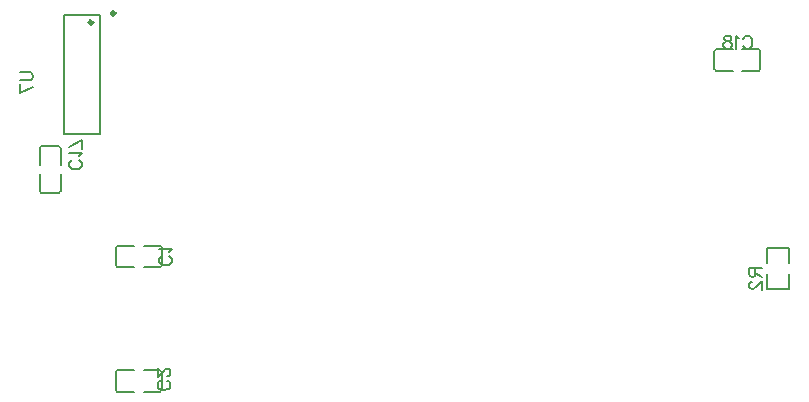
<source format=gbo>
G04 Layer: BottomSilkscreenLayer*
G04 EasyEDA v6.5.47, 2024-09-12 04:01:22*
G04 8c6c83d31be245b591d831e4eff4e06b,65b0a26063cb4300b6f9becee83ce362,10*
G04 Gerber Generator version 0.2*
G04 Scale: 100 percent, Rotated: No, Reflected: No *
G04 Dimensions in millimeters *
G04 leading zeros omitted , absolute positions ,4 integer and 5 decimal *
%FSLAX45Y45*%
%MOMM*%

%ADD10C,0.1524*%
%ADD11C,0.3000*%

%LPD*%
D10*
X6793484Y-2895600D02*
G01*
X6902450Y-2895600D01*
X6793484Y-2895600D02*
G01*
X6793484Y-2942336D01*
X6798563Y-2957829D01*
X6803897Y-2963163D01*
X6814311Y-2968244D01*
X6824725Y-2968244D01*
X6835140Y-2963163D01*
X6840220Y-2957829D01*
X6845300Y-2942336D01*
X6845300Y-2895600D01*
X6845300Y-2931921D02*
G01*
X6902450Y-2968244D01*
X6819391Y-3007868D02*
G01*
X6814311Y-3007868D01*
X6803897Y-3012947D01*
X6798563Y-3018281D01*
X6793484Y-3028695D01*
X6793484Y-3049270D01*
X6798563Y-3059684D01*
X6803897Y-3065018D01*
X6814311Y-3070097D01*
X6824725Y-3070097D01*
X6835140Y-3065018D01*
X6850634Y-3054604D01*
X6902450Y-3002534D01*
X6902450Y-3075431D01*
X1118107Y-1979421D02*
G01*
X1128521Y-1984755D01*
X1138936Y-1994915D01*
X1144015Y-2005329D01*
X1144015Y-2026157D01*
X1138936Y-2036571D01*
X1128521Y-2046986D01*
X1118107Y-2052065D01*
X1102360Y-2057400D01*
X1076452Y-2057400D01*
X1060957Y-2052065D01*
X1050544Y-2046986D01*
X1040129Y-2036571D01*
X1035050Y-2026157D01*
X1035050Y-2005329D01*
X1040129Y-1994915D01*
X1050544Y-1984755D01*
X1060957Y-1979421D01*
X1123187Y-1945131D02*
G01*
X1128521Y-1934718D01*
X1144015Y-1919223D01*
X1035050Y-1919223D01*
X1144015Y-1812036D02*
G01*
X1035050Y-1864105D01*
X1144015Y-1884934D02*
G01*
X1144015Y-1812036D01*
X1880062Y-2792267D02*
G01*
X1890453Y-2797464D01*
X1900844Y-2807855D01*
X1906038Y-2818244D01*
X1906038Y-2839026D01*
X1900844Y-2849417D01*
X1890453Y-2859808D01*
X1880062Y-2865005D01*
X1864474Y-2870200D01*
X1838497Y-2870200D01*
X1822912Y-2865005D01*
X1812521Y-2859808D01*
X1802129Y-2849417D01*
X1796935Y-2839026D01*
X1796935Y-2818244D01*
X1802129Y-2807855D01*
X1812521Y-2797464D01*
X1822912Y-2792267D01*
X1885256Y-2757977D02*
G01*
X1890453Y-2747586D01*
X1906038Y-2732001D01*
X1796935Y-2732001D01*
X1867364Y-3847970D02*
G01*
X1877755Y-3853167D01*
X1888147Y-3863558D01*
X1893341Y-3873947D01*
X1893341Y-3894729D01*
X1888147Y-3905120D01*
X1877755Y-3915511D01*
X1867364Y-3920708D01*
X1851776Y-3925902D01*
X1825800Y-3925902D01*
X1810214Y-3920708D01*
X1799823Y-3915511D01*
X1789432Y-3905120D01*
X1784238Y-3894729D01*
X1784238Y-3873947D01*
X1789432Y-3863558D01*
X1799823Y-3853167D01*
X1810214Y-3847970D01*
X1867364Y-3808486D02*
G01*
X1872559Y-3808486D01*
X1882950Y-3803289D01*
X1888147Y-3798095D01*
X1893341Y-3787703D01*
X1893341Y-3766921D01*
X1888147Y-3756530D01*
X1882950Y-3751336D01*
X1872559Y-3746139D01*
X1862167Y-3746139D01*
X1851776Y-3751336D01*
X1836191Y-3761727D01*
X1784238Y-3813680D01*
X1784238Y-3740945D01*
X6741967Y-952037D02*
G01*
X6747164Y-941646D01*
X6757555Y-931255D01*
X6767944Y-926061D01*
X6788726Y-926061D01*
X6799117Y-931255D01*
X6809508Y-941646D01*
X6814705Y-952037D01*
X6819900Y-967625D01*
X6819900Y-993602D01*
X6814705Y-1009187D01*
X6809508Y-1019578D01*
X6799117Y-1029970D01*
X6788726Y-1035164D01*
X6767944Y-1035164D01*
X6757555Y-1029970D01*
X6747164Y-1019578D01*
X6741967Y-1009187D01*
X6707677Y-946843D02*
G01*
X6697286Y-941646D01*
X6681701Y-926061D01*
X6681701Y-1035164D01*
X6621434Y-926061D02*
G01*
X6637020Y-931255D01*
X6642214Y-941646D01*
X6642214Y-952037D01*
X6637020Y-962428D01*
X6626628Y-967625D01*
X6605846Y-972820D01*
X6590261Y-978014D01*
X6579870Y-988405D01*
X6574675Y-998796D01*
X6574675Y-1014384D01*
X6579870Y-1024775D01*
X6585064Y-1029970D01*
X6600652Y-1035164D01*
X6621434Y-1035164D01*
X6637020Y-1029970D01*
X6642214Y-1024775D01*
X6647411Y-1014384D01*
X6647411Y-998796D01*
X6642214Y-988405D01*
X6631825Y-978014D01*
X6616237Y-972820D01*
X6595455Y-967625D01*
X6585064Y-962428D01*
X6579870Y-952037D01*
X6579870Y-941646D01*
X6585064Y-931255D01*
X6600652Y-926061D01*
X6621434Y-926061D01*
X621284Y-1231900D02*
G01*
X699262Y-1231900D01*
X714755Y-1236979D01*
X725170Y-1247394D01*
X730250Y-1263142D01*
X730250Y-1273555D01*
X725170Y-1289050D01*
X714755Y-1299463D01*
X699262Y-1304544D01*
X621284Y-1304544D01*
X621284Y-1411731D02*
G01*
X730250Y-1359662D01*
X621284Y-1338834D02*
G01*
X621284Y-1411731D01*
X7127509Y-2943219D02*
G01*
X7127509Y-3071713D01*
X6944090Y-3071713D01*
X6944090Y-2943219D01*
X7127509Y-2847980D02*
G01*
X7127509Y-2719486D01*
X6944090Y-2719486D01*
X6944090Y-2847980D01*
X966660Y-1876280D02*
G01*
X966660Y-2017280D01*
X785939Y-2017280D02*
G01*
X785939Y-1876280D01*
X801179Y-1861040D02*
G01*
X951420Y-1861040D01*
X966660Y-2238519D02*
G01*
X966660Y-2097519D01*
X785939Y-2097519D02*
G01*
X785939Y-2238519D01*
X801179Y-2253759D02*
G01*
X951420Y-2253759D01*
X1806719Y-2884360D02*
G01*
X1665719Y-2884360D01*
X1665719Y-2703639D02*
G01*
X1806719Y-2703639D01*
X1821959Y-2718879D02*
G01*
X1821959Y-2869120D01*
X1444480Y-2884360D02*
G01*
X1585480Y-2884360D01*
X1585480Y-2703639D02*
G01*
X1444480Y-2703639D01*
X1429240Y-2718879D02*
G01*
X1429240Y-2869120D01*
X1806719Y-3938460D02*
G01*
X1665719Y-3938460D01*
X1665719Y-3757739D02*
G01*
X1806719Y-3757739D01*
X1821959Y-3772979D02*
G01*
X1821959Y-3923220D01*
X1444480Y-3938460D02*
G01*
X1585480Y-3938460D01*
X1585480Y-3757739D02*
G01*
X1444480Y-3757739D01*
X1429240Y-3772979D02*
G01*
X1429240Y-3923220D01*
X6511780Y-1039939D02*
G01*
X6652780Y-1039939D01*
X6652780Y-1220660D02*
G01*
X6511780Y-1220660D01*
X6496540Y-1205420D02*
G01*
X6496540Y-1055179D01*
X6874019Y-1039939D02*
G01*
X6733019Y-1039939D01*
X6733019Y-1220660D02*
G01*
X6874019Y-1220660D01*
X6889259Y-1205420D02*
G01*
X6889259Y-1055179D01*
X1295140Y-754679D02*
G01*
X990859Y-754679D01*
X990859Y-1759920D01*
X1295140Y-1759920D01*
X1295140Y-754679D01*
G75*
G01*
X785940Y-1876280D02*
G02*
X801180Y-1861040I15240J0D01*
G75*
G01*
X951420Y-1861040D02*
G02*
X966660Y-1876280I0J-15240D01*
G75*
G01*
X785940Y-2238520D02*
G03*
X801180Y-2253760I15240J0D01*
G75*
G01*
X951420Y-2253760D02*
G03*
X966660Y-2238520I0J15240D01*
G75*
G01*
X1806720Y-2703640D02*
G02*
X1821960Y-2718880I0J-15240D01*
G75*
G01*
X1821960Y-2869120D02*
G02*
X1806720Y-2884360I-15240J0D01*
G75*
G01*
X1444480Y-2703640D02*
G03*
X1429240Y-2718880I0J-15240D01*
G75*
G01*
X1429240Y-2869120D02*
G03*
X1444480Y-2884360I15240J0D01*
G75*
G01*
X1806720Y-3757740D02*
G02*
X1821960Y-3772980I0J-15240D01*
G75*
G01*
X1821960Y-3923220D02*
G02*
X1806720Y-3938460I-15240J0D01*
G75*
G01*
X1444480Y-3757740D02*
G03*
X1429240Y-3772980I0J-15240D01*
G75*
G01*
X1429240Y-3923220D02*
G03*
X1444480Y-3938460I15240J0D01*
G75*
G01*
X6511780Y-1220660D02*
G02*
X6496540Y-1205420I0J15240D01*
G75*
G01*
X6496540Y-1055180D02*
G02*
X6511780Y-1039940I15240J0D01*
G75*
G01*
X6874020Y-1220660D02*
G03*
X6889260Y-1205420I0J15240D01*
G75*
G01*
X6889260Y-1055180D02*
G03*
X6874020Y-1039940I-15240J0D01*
D11*
G75*
G01
X1234923Y-812800D02*
G03X1234923Y-812800I-15011J0D01*
G75*
G01
X1424711Y-736600D02*
G03X1424711Y-736600I-15011J0D01*
M02*

</source>
